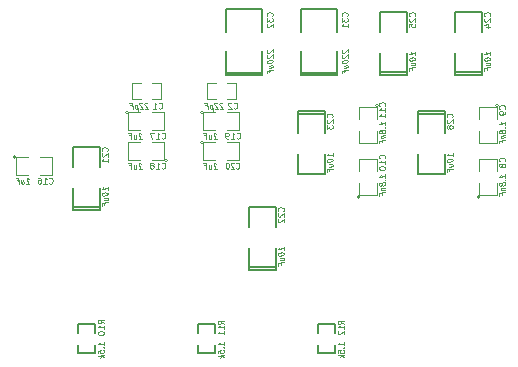
<source format=gbo>
G04 (created by PCBNEW (2013-05-16 BZR 4016)-stable) date 11/18/2013 1:12:51 AM*
%MOIN*%
G04 Gerber Fmt 3.4, Leading zero omitted, Abs format*
%FSLAX34Y34*%
G01*
G70*
G90*
G04 APERTURE LIST*
%ADD10C,0.00590551*%
%ADD11C,0.005*%
%ADD12C,0.0039*%
%ADD13C,0.0047*%
%ADD14C,0.004*%
%ADD15C,0.0045*%
G04 APERTURE END LIST*
G54D10*
G54D11*
X51225Y-49553D02*
X51225Y-49275D01*
X51225Y-49275D02*
X51775Y-49275D01*
X51775Y-49275D02*
X51775Y-49553D01*
X51225Y-50225D02*
X51225Y-49947D01*
X51225Y-50225D02*
X51775Y-50225D01*
X51775Y-50225D02*
X51775Y-49947D01*
X55225Y-49553D02*
X55225Y-49275D01*
X55225Y-49275D02*
X55775Y-49275D01*
X55775Y-49275D02*
X55775Y-49553D01*
X55225Y-50225D02*
X55225Y-49947D01*
X55225Y-50225D02*
X55775Y-50225D01*
X55775Y-50225D02*
X55775Y-49947D01*
G54D12*
X60625Y-45025D02*
G75*
G03X60625Y-45025I-50J0D01*
G74*
G01*
X60575Y-44575D02*
X60575Y-44975D01*
X60575Y-44975D02*
X61175Y-44975D01*
X61175Y-44975D02*
X61175Y-44575D01*
X61175Y-44175D02*
X61175Y-43775D01*
X61175Y-43775D02*
X60575Y-43775D01*
X60575Y-43775D02*
X60575Y-44175D01*
X65225Y-41975D02*
G75*
G03X65225Y-41975I-50J0D01*
G74*
G01*
X65175Y-42425D02*
X65175Y-42025D01*
X65175Y-42025D02*
X64575Y-42025D01*
X64575Y-42025D02*
X64575Y-42425D01*
X64575Y-42825D02*
X64575Y-43225D01*
X64575Y-43225D02*
X65175Y-43225D01*
X65175Y-43225D02*
X65175Y-42825D01*
X61225Y-41975D02*
G75*
G03X61225Y-41975I-50J0D01*
G74*
G01*
X61175Y-42425D02*
X61175Y-42025D01*
X61175Y-42025D02*
X60575Y-42025D01*
X60575Y-42025D02*
X60575Y-42425D01*
X60575Y-42825D02*
X60575Y-43225D01*
X60575Y-43225D02*
X61175Y-43225D01*
X61175Y-43225D02*
X61175Y-42825D01*
X64625Y-45025D02*
G75*
G03X64625Y-45025I-50J0D01*
G74*
G01*
X64575Y-44575D02*
X64575Y-44975D01*
X64575Y-44975D02*
X65175Y-44975D01*
X65175Y-44975D02*
X65175Y-44575D01*
X65175Y-44175D02*
X65175Y-43775D01*
X65175Y-43775D02*
X64575Y-43775D01*
X64575Y-43775D02*
X64575Y-44175D01*
G54D13*
X55803Y-41756D02*
X55528Y-41756D01*
X56197Y-41756D02*
X56472Y-41756D01*
X55803Y-41244D02*
X55528Y-41244D01*
X56472Y-41244D02*
X56197Y-41244D01*
X55528Y-41250D02*
X55528Y-41750D01*
X56472Y-41750D02*
X56472Y-41250D01*
X53697Y-41244D02*
X53972Y-41244D01*
X53303Y-41244D02*
X53028Y-41244D01*
X53697Y-41756D02*
X53972Y-41756D01*
X53028Y-41756D02*
X53303Y-41756D01*
X53972Y-41750D02*
X53972Y-41250D01*
X53028Y-41250D02*
X53028Y-41750D01*
G54D11*
X64700Y-40875D02*
X64700Y-40975D01*
X64700Y-40975D02*
X63800Y-40975D01*
X63800Y-40975D02*
X63800Y-40875D01*
X64700Y-40875D02*
X63800Y-40875D01*
X63800Y-40875D02*
X63800Y-40225D01*
X64700Y-39525D02*
X64700Y-38875D01*
X64700Y-38875D02*
X63800Y-38875D01*
X63800Y-38875D02*
X63800Y-39525D01*
X64700Y-40225D02*
X64700Y-40875D01*
X62550Y-42250D02*
X62550Y-42150D01*
X62550Y-42150D02*
X63450Y-42150D01*
X63450Y-42150D02*
X63450Y-42250D01*
X62550Y-42250D02*
X63450Y-42250D01*
X63450Y-42250D02*
X63450Y-42900D01*
X62550Y-43600D02*
X62550Y-44250D01*
X62550Y-44250D02*
X63450Y-44250D01*
X63450Y-44250D02*
X63450Y-43600D01*
X62550Y-42900D02*
X62550Y-42250D01*
X57825Y-47375D02*
X57825Y-47475D01*
X57825Y-47475D02*
X56925Y-47475D01*
X56925Y-47475D02*
X56925Y-47375D01*
X57825Y-47375D02*
X56925Y-47375D01*
X56925Y-47375D02*
X56925Y-46725D01*
X57825Y-46025D02*
X57825Y-45375D01*
X57825Y-45375D02*
X56925Y-45375D01*
X56925Y-45375D02*
X56925Y-46025D01*
X57825Y-46725D02*
X57825Y-47375D01*
X58550Y-42250D02*
X58550Y-42150D01*
X58550Y-42150D02*
X59450Y-42150D01*
X59450Y-42150D02*
X59450Y-42250D01*
X58550Y-42250D02*
X59450Y-42250D01*
X59450Y-42250D02*
X59450Y-42900D01*
X58550Y-43600D02*
X58550Y-44250D01*
X58550Y-44250D02*
X59450Y-44250D01*
X59450Y-44250D02*
X59450Y-43600D01*
X58550Y-42900D02*
X58550Y-42250D01*
X62200Y-40875D02*
X62200Y-40975D01*
X62200Y-40975D02*
X61300Y-40975D01*
X61300Y-40975D02*
X61300Y-40875D01*
X62200Y-40875D02*
X61300Y-40875D01*
X61300Y-40875D02*
X61300Y-40225D01*
X62200Y-39525D02*
X62200Y-38875D01*
X62200Y-38875D02*
X61300Y-38875D01*
X61300Y-38875D02*
X61300Y-39525D01*
X62200Y-40225D02*
X62200Y-40875D01*
G54D12*
X55400Y-43200D02*
G75*
G03X55400Y-43200I-50J0D01*
G74*
G01*
X55800Y-43200D02*
X55400Y-43200D01*
X55400Y-43200D02*
X55400Y-43800D01*
X55400Y-43800D02*
X55800Y-43800D01*
X56200Y-43800D02*
X56600Y-43800D01*
X56600Y-43800D02*
X56600Y-43200D01*
X56600Y-43200D02*
X56200Y-43200D01*
G54D11*
X59225Y-49553D02*
X59225Y-49275D01*
X59225Y-49275D02*
X59775Y-49275D01*
X59775Y-49275D02*
X59775Y-49553D01*
X59225Y-50225D02*
X59225Y-49947D01*
X59225Y-50225D02*
X59775Y-50225D01*
X59775Y-50225D02*
X59775Y-49947D01*
G54D12*
X54200Y-43800D02*
G75*
G03X54200Y-43800I-50J0D01*
G74*
G01*
X53700Y-43800D02*
X54100Y-43800D01*
X54100Y-43800D02*
X54100Y-43200D01*
X54100Y-43200D02*
X53700Y-43200D01*
X53300Y-43200D02*
X52900Y-43200D01*
X52900Y-43200D02*
X52900Y-43800D01*
X52900Y-43800D02*
X53300Y-43800D01*
X55400Y-42200D02*
G75*
G03X55400Y-42200I-50J0D01*
G74*
G01*
X55800Y-42200D02*
X55400Y-42200D01*
X55400Y-42200D02*
X55400Y-42800D01*
X55400Y-42800D02*
X55800Y-42800D01*
X56200Y-42800D02*
X56600Y-42800D01*
X56600Y-42800D02*
X56600Y-42200D01*
X56600Y-42200D02*
X56200Y-42200D01*
X52900Y-42200D02*
G75*
G03X52900Y-42200I-50J0D01*
G74*
G01*
X53300Y-42200D02*
X52900Y-42200D01*
X52900Y-42200D02*
X52900Y-42800D01*
X52900Y-42800D02*
X53300Y-42800D01*
X53700Y-42800D02*
X54100Y-42800D01*
X54100Y-42800D02*
X54100Y-42200D01*
X54100Y-42200D02*
X53700Y-42200D01*
X49150Y-43700D02*
G75*
G03X49150Y-43700I-50J0D01*
G74*
G01*
X49550Y-43700D02*
X49150Y-43700D01*
X49150Y-43700D02*
X49150Y-44300D01*
X49150Y-44300D02*
X49550Y-44300D01*
X49950Y-44300D02*
X50350Y-44300D01*
X50350Y-44300D02*
X50350Y-43700D01*
X50350Y-43700D02*
X49950Y-43700D01*
G54D11*
X51950Y-45375D02*
X51950Y-45475D01*
X51950Y-45475D02*
X51050Y-45475D01*
X51050Y-45475D02*
X51050Y-45375D01*
X51950Y-45375D02*
X51050Y-45375D01*
X51050Y-45375D02*
X51050Y-44725D01*
X51950Y-44025D02*
X51950Y-43375D01*
X51950Y-43375D02*
X51050Y-43375D01*
X51050Y-43375D02*
X51050Y-44025D01*
X51950Y-44725D02*
X51950Y-45375D01*
X57350Y-40975D02*
X56150Y-40975D01*
X56150Y-39525D02*
X56150Y-38775D01*
X56150Y-38775D02*
X57350Y-38775D01*
X57350Y-38775D02*
X57350Y-39525D01*
X57350Y-40175D02*
X57350Y-40975D01*
X57350Y-40896D02*
X56150Y-40896D01*
X56150Y-40975D02*
X56150Y-40175D01*
X59850Y-40975D02*
X58650Y-40975D01*
X58650Y-39525D02*
X58650Y-38775D01*
X58650Y-38775D02*
X59850Y-38775D01*
X59850Y-38775D02*
X59850Y-39525D01*
X59850Y-40175D02*
X59850Y-40975D01*
X59850Y-40896D02*
X58650Y-40896D01*
X58650Y-40975D02*
X58650Y-40175D01*
G54D14*
X52080Y-49246D02*
X51985Y-49179D01*
X52080Y-49132D02*
X51880Y-49132D01*
X51880Y-49208D01*
X51890Y-49227D01*
X51900Y-49236D01*
X51919Y-49246D01*
X51947Y-49246D01*
X51966Y-49236D01*
X51976Y-49227D01*
X51985Y-49208D01*
X51985Y-49132D01*
X52080Y-49436D02*
X52080Y-49322D01*
X52080Y-49379D02*
X51880Y-49379D01*
X51909Y-49360D01*
X51928Y-49341D01*
X51938Y-49322D01*
X51880Y-49560D02*
X51880Y-49579D01*
X51890Y-49598D01*
X51900Y-49608D01*
X51919Y-49617D01*
X51957Y-49627D01*
X52004Y-49627D01*
X52042Y-49617D01*
X52061Y-49608D01*
X52071Y-49598D01*
X52080Y-49579D01*
X52080Y-49560D01*
X52071Y-49541D01*
X52061Y-49532D01*
X52042Y-49522D01*
X52004Y-49513D01*
X51957Y-49513D01*
X51919Y-49522D01*
X51900Y-49532D01*
X51890Y-49541D01*
X51880Y-49560D01*
X52080Y-49966D02*
X52080Y-49863D01*
X52080Y-49914D02*
X51880Y-49939D01*
X51909Y-49918D01*
X51928Y-49899D01*
X51938Y-49881D01*
X52061Y-50045D02*
X52071Y-50053D01*
X52080Y-50043D01*
X52071Y-50035D01*
X52061Y-50045D01*
X52080Y-50043D01*
X51880Y-50239D02*
X51880Y-50153D01*
X51976Y-50133D01*
X51966Y-50143D01*
X51957Y-50161D01*
X51957Y-50204D01*
X51966Y-50220D01*
X51976Y-50227D01*
X51995Y-50233D01*
X52042Y-50228D01*
X52061Y-50217D01*
X52071Y-50207D01*
X52080Y-50188D01*
X52080Y-50146D01*
X52071Y-50130D01*
X52061Y-50122D01*
X52080Y-50300D02*
X51880Y-50325D01*
X52004Y-50327D02*
X52080Y-50368D01*
X51947Y-50385D02*
X52023Y-50307D01*
X56080Y-49259D02*
X55985Y-49199D01*
X56080Y-49156D02*
X55880Y-49156D01*
X55880Y-49225D01*
X55890Y-49242D01*
X55900Y-49250D01*
X55919Y-49259D01*
X55947Y-49259D01*
X55966Y-49250D01*
X55976Y-49242D01*
X55985Y-49225D01*
X55985Y-49156D01*
X56080Y-49430D02*
X56080Y-49327D01*
X56080Y-49379D02*
X55880Y-49379D01*
X55909Y-49362D01*
X55928Y-49345D01*
X55938Y-49327D01*
X56080Y-49602D02*
X56080Y-49499D01*
X56080Y-49550D02*
X55880Y-49550D01*
X55909Y-49533D01*
X55928Y-49516D01*
X55938Y-49499D01*
X56080Y-49966D02*
X56080Y-49863D01*
X56080Y-49914D02*
X55880Y-49939D01*
X55909Y-49918D01*
X55928Y-49899D01*
X55938Y-49881D01*
X56061Y-50045D02*
X56071Y-50053D01*
X56080Y-50043D01*
X56071Y-50035D01*
X56061Y-50045D01*
X56080Y-50043D01*
X55880Y-50239D02*
X55880Y-50153D01*
X55976Y-50133D01*
X55966Y-50143D01*
X55957Y-50161D01*
X55957Y-50204D01*
X55966Y-50220D01*
X55976Y-50227D01*
X55995Y-50233D01*
X56042Y-50228D01*
X56061Y-50217D01*
X56071Y-50207D01*
X56080Y-50188D01*
X56080Y-50146D01*
X56071Y-50130D01*
X56061Y-50122D01*
X56080Y-50300D02*
X55880Y-50325D01*
X56004Y-50327D02*
X56080Y-50368D01*
X55947Y-50385D02*
X56023Y-50307D01*
X61436Y-43746D02*
X61446Y-43736D01*
X61455Y-43708D01*
X61455Y-43689D01*
X61446Y-43660D01*
X61427Y-43641D01*
X61408Y-43632D01*
X61370Y-43622D01*
X61341Y-43622D01*
X61303Y-43632D01*
X61284Y-43641D01*
X61265Y-43660D01*
X61255Y-43689D01*
X61255Y-43708D01*
X61265Y-43736D01*
X61275Y-43746D01*
X61455Y-43936D02*
X61455Y-43822D01*
X61455Y-43879D02*
X61255Y-43879D01*
X61284Y-43860D01*
X61303Y-43841D01*
X61313Y-43822D01*
X61255Y-44060D02*
X61255Y-44079D01*
X61265Y-44098D01*
X61275Y-44108D01*
X61294Y-44117D01*
X61332Y-44127D01*
X61379Y-44127D01*
X61417Y-44117D01*
X61436Y-44108D01*
X61446Y-44098D01*
X61455Y-44079D01*
X61455Y-44060D01*
X61446Y-44041D01*
X61436Y-44032D01*
X61417Y-44022D01*
X61379Y-44013D01*
X61332Y-44013D01*
X61294Y-44022D01*
X61275Y-44032D01*
X61265Y-44041D01*
X61255Y-44060D01*
X61455Y-44380D02*
X61455Y-44277D01*
X61455Y-44328D02*
X61255Y-44353D01*
X61284Y-44333D01*
X61303Y-44313D01*
X61313Y-44295D01*
X61436Y-44459D02*
X61446Y-44467D01*
X61455Y-44457D01*
X61446Y-44450D01*
X61436Y-44459D01*
X61455Y-44457D01*
X61341Y-44583D02*
X61332Y-44567D01*
X61322Y-44559D01*
X61303Y-44553D01*
X61294Y-44554D01*
X61275Y-44565D01*
X61265Y-44575D01*
X61255Y-44593D01*
X61255Y-44628D01*
X61265Y-44644D01*
X61275Y-44651D01*
X61294Y-44657D01*
X61303Y-44656D01*
X61322Y-44645D01*
X61332Y-44635D01*
X61341Y-44617D01*
X61341Y-44583D01*
X61351Y-44564D01*
X61360Y-44555D01*
X61379Y-44544D01*
X61417Y-44539D01*
X61436Y-44545D01*
X61446Y-44553D01*
X61455Y-44568D01*
X61455Y-44603D01*
X61446Y-44621D01*
X61436Y-44631D01*
X61417Y-44642D01*
X61379Y-44647D01*
X61360Y-44640D01*
X61351Y-44633D01*
X61341Y-44617D01*
X61322Y-44731D02*
X61455Y-44714D01*
X61341Y-44728D02*
X61332Y-44738D01*
X61322Y-44757D01*
X61322Y-44782D01*
X61332Y-44798D01*
X61351Y-44804D01*
X61455Y-44791D01*
X61351Y-44950D02*
X61351Y-44890D01*
X61455Y-44877D02*
X61255Y-44902D01*
X61255Y-44988D01*
X65436Y-42091D02*
X65446Y-42082D01*
X65455Y-42053D01*
X65455Y-42034D01*
X65446Y-42005D01*
X65427Y-41986D01*
X65408Y-41977D01*
X65370Y-41967D01*
X65341Y-41967D01*
X65303Y-41977D01*
X65284Y-41986D01*
X65265Y-42005D01*
X65255Y-42034D01*
X65255Y-42053D01*
X65265Y-42082D01*
X65275Y-42091D01*
X65455Y-42186D02*
X65455Y-42225D01*
X65446Y-42244D01*
X65436Y-42253D01*
X65408Y-42272D01*
X65370Y-42282D01*
X65294Y-42282D01*
X65275Y-42272D01*
X65265Y-42263D01*
X65255Y-42244D01*
X65255Y-42205D01*
X65265Y-42186D01*
X65275Y-42177D01*
X65294Y-42167D01*
X65341Y-42167D01*
X65360Y-42177D01*
X65370Y-42186D01*
X65379Y-42205D01*
X65379Y-42244D01*
X65370Y-42263D01*
X65360Y-42272D01*
X65341Y-42282D01*
X65455Y-42630D02*
X65455Y-42527D01*
X65455Y-42578D02*
X65255Y-42603D01*
X65284Y-42583D01*
X65303Y-42563D01*
X65313Y-42545D01*
X65436Y-42709D02*
X65446Y-42717D01*
X65455Y-42707D01*
X65446Y-42700D01*
X65436Y-42709D01*
X65455Y-42707D01*
X65341Y-42833D02*
X65332Y-42817D01*
X65322Y-42809D01*
X65303Y-42803D01*
X65294Y-42804D01*
X65275Y-42815D01*
X65265Y-42825D01*
X65255Y-42843D01*
X65255Y-42878D01*
X65265Y-42894D01*
X65275Y-42901D01*
X65294Y-42907D01*
X65303Y-42906D01*
X65322Y-42895D01*
X65332Y-42885D01*
X65341Y-42867D01*
X65341Y-42833D01*
X65351Y-42814D01*
X65360Y-42805D01*
X65379Y-42794D01*
X65417Y-42789D01*
X65436Y-42795D01*
X65446Y-42803D01*
X65455Y-42818D01*
X65455Y-42853D01*
X65446Y-42871D01*
X65436Y-42881D01*
X65417Y-42892D01*
X65379Y-42897D01*
X65360Y-42890D01*
X65351Y-42883D01*
X65341Y-42867D01*
X65322Y-42981D02*
X65455Y-42964D01*
X65341Y-42978D02*
X65332Y-42988D01*
X65322Y-43007D01*
X65322Y-43032D01*
X65332Y-43048D01*
X65351Y-43054D01*
X65455Y-43041D01*
X65351Y-43200D02*
X65351Y-43140D01*
X65455Y-43127D02*
X65255Y-43152D01*
X65255Y-43238D01*
X61436Y-41996D02*
X61446Y-41986D01*
X61455Y-41958D01*
X61455Y-41939D01*
X61446Y-41910D01*
X61427Y-41891D01*
X61408Y-41882D01*
X61370Y-41872D01*
X61341Y-41872D01*
X61303Y-41882D01*
X61284Y-41891D01*
X61265Y-41910D01*
X61255Y-41939D01*
X61255Y-41958D01*
X61265Y-41986D01*
X61275Y-41996D01*
X61455Y-42186D02*
X61455Y-42072D01*
X61455Y-42129D02*
X61255Y-42129D01*
X61284Y-42110D01*
X61303Y-42091D01*
X61313Y-42072D01*
X61455Y-42377D02*
X61455Y-42263D01*
X61455Y-42320D02*
X61255Y-42320D01*
X61284Y-42301D01*
X61303Y-42282D01*
X61313Y-42263D01*
X61455Y-42630D02*
X61455Y-42527D01*
X61455Y-42578D02*
X61255Y-42603D01*
X61284Y-42583D01*
X61303Y-42563D01*
X61313Y-42545D01*
X61436Y-42709D02*
X61446Y-42717D01*
X61455Y-42707D01*
X61446Y-42700D01*
X61436Y-42709D01*
X61455Y-42707D01*
X61341Y-42833D02*
X61332Y-42817D01*
X61322Y-42809D01*
X61303Y-42803D01*
X61294Y-42804D01*
X61275Y-42815D01*
X61265Y-42825D01*
X61255Y-42843D01*
X61255Y-42878D01*
X61265Y-42894D01*
X61275Y-42901D01*
X61294Y-42907D01*
X61303Y-42906D01*
X61322Y-42895D01*
X61332Y-42885D01*
X61341Y-42867D01*
X61341Y-42833D01*
X61351Y-42814D01*
X61360Y-42805D01*
X61379Y-42794D01*
X61417Y-42789D01*
X61436Y-42795D01*
X61446Y-42803D01*
X61455Y-42818D01*
X61455Y-42853D01*
X61446Y-42871D01*
X61436Y-42881D01*
X61417Y-42892D01*
X61379Y-42897D01*
X61360Y-42890D01*
X61351Y-42883D01*
X61341Y-42867D01*
X61322Y-42981D02*
X61455Y-42964D01*
X61341Y-42978D02*
X61332Y-42988D01*
X61322Y-43007D01*
X61322Y-43032D01*
X61332Y-43048D01*
X61351Y-43054D01*
X61455Y-43041D01*
X61351Y-43200D02*
X61351Y-43140D01*
X61455Y-43127D02*
X61255Y-43152D01*
X61255Y-43238D01*
X65436Y-43841D02*
X65446Y-43832D01*
X65455Y-43803D01*
X65455Y-43784D01*
X65446Y-43755D01*
X65427Y-43736D01*
X65408Y-43727D01*
X65370Y-43717D01*
X65341Y-43717D01*
X65303Y-43727D01*
X65284Y-43736D01*
X65265Y-43755D01*
X65255Y-43784D01*
X65255Y-43803D01*
X65265Y-43832D01*
X65275Y-43841D01*
X65341Y-43955D02*
X65332Y-43936D01*
X65322Y-43927D01*
X65303Y-43917D01*
X65294Y-43917D01*
X65275Y-43927D01*
X65265Y-43936D01*
X65255Y-43955D01*
X65255Y-43994D01*
X65265Y-44013D01*
X65275Y-44022D01*
X65294Y-44032D01*
X65303Y-44032D01*
X65322Y-44022D01*
X65332Y-44013D01*
X65341Y-43994D01*
X65341Y-43955D01*
X65351Y-43936D01*
X65360Y-43927D01*
X65379Y-43917D01*
X65417Y-43917D01*
X65436Y-43927D01*
X65446Y-43936D01*
X65455Y-43955D01*
X65455Y-43994D01*
X65446Y-44013D01*
X65436Y-44022D01*
X65417Y-44032D01*
X65379Y-44032D01*
X65360Y-44022D01*
X65351Y-44013D01*
X65341Y-43994D01*
X65455Y-44380D02*
X65455Y-44277D01*
X65455Y-44328D02*
X65255Y-44353D01*
X65284Y-44333D01*
X65303Y-44313D01*
X65313Y-44295D01*
X65436Y-44459D02*
X65446Y-44467D01*
X65455Y-44457D01*
X65446Y-44450D01*
X65436Y-44459D01*
X65455Y-44457D01*
X65341Y-44583D02*
X65332Y-44567D01*
X65322Y-44559D01*
X65303Y-44553D01*
X65294Y-44554D01*
X65275Y-44565D01*
X65265Y-44575D01*
X65255Y-44593D01*
X65255Y-44628D01*
X65265Y-44644D01*
X65275Y-44651D01*
X65294Y-44657D01*
X65303Y-44656D01*
X65322Y-44645D01*
X65332Y-44635D01*
X65341Y-44617D01*
X65341Y-44583D01*
X65351Y-44564D01*
X65360Y-44555D01*
X65379Y-44544D01*
X65417Y-44539D01*
X65436Y-44545D01*
X65446Y-44553D01*
X65455Y-44568D01*
X65455Y-44603D01*
X65446Y-44621D01*
X65436Y-44631D01*
X65417Y-44642D01*
X65379Y-44647D01*
X65360Y-44640D01*
X65351Y-44633D01*
X65341Y-44617D01*
X65322Y-44731D02*
X65455Y-44714D01*
X65341Y-44728D02*
X65332Y-44738D01*
X65322Y-44757D01*
X65322Y-44782D01*
X65332Y-44798D01*
X65351Y-44804D01*
X65455Y-44791D01*
X65351Y-44950D02*
X65351Y-44890D01*
X65455Y-44877D02*
X65255Y-44902D01*
X65255Y-44988D01*
X56408Y-42061D02*
X56417Y-42071D01*
X56446Y-42080D01*
X56465Y-42080D01*
X56494Y-42071D01*
X56513Y-42052D01*
X56522Y-42033D01*
X56532Y-41995D01*
X56532Y-41966D01*
X56522Y-41928D01*
X56513Y-41909D01*
X56494Y-41890D01*
X56465Y-41880D01*
X56446Y-41880D01*
X56417Y-41890D01*
X56408Y-41900D01*
X56332Y-41900D02*
X56322Y-41890D01*
X56303Y-41880D01*
X56255Y-41880D01*
X56236Y-41890D01*
X56227Y-41900D01*
X56217Y-41919D01*
X56217Y-41938D01*
X56227Y-41966D01*
X56341Y-42080D01*
X56217Y-42080D01*
X56031Y-41900D02*
X56022Y-41890D01*
X56003Y-41880D01*
X55961Y-41880D01*
X55945Y-41890D01*
X55937Y-41900D01*
X55931Y-41919D01*
X55933Y-41938D01*
X55946Y-41966D01*
X56063Y-42080D01*
X55951Y-42080D01*
X55860Y-41900D02*
X55850Y-41890D01*
X55832Y-41880D01*
X55789Y-41880D01*
X55773Y-41890D01*
X55766Y-41900D01*
X55760Y-41919D01*
X55762Y-41938D01*
X55774Y-41966D01*
X55891Y-42080D01*
X55780Y-42080D01*
X55686Y-41947D02*
X55711Y-42147D01*
X55687Y-41957D02*
X55669Y-41947D01*
X55635Y-41947D01*
X55619Y-41957D01*
X55611Y-41966D01*
X55605Y-41985D01*
X55612Y-42042D01*
X55623Y-42061D01*
X55633Y-42071D01*
X55651Y-42080D01*
X55686Y-42080D01*
X55701Y-42071D01*
X55467Y-41976D02*
X55527Y-41976D01*
X55540Y-42080D02*
X55515Y-41880D01*
X55429Y-41880D01*
X53908Y-42061D02*
X53917Y-42071D01*
X53946Y-42080D01*
X53965Y-42080D01*
X53994Y-42071D01*
X54013Y-42052D01*
X54022Y-42033D01*
X54032Y-41995D01*
X54032Y-41966D01*
X54022Y-41928D01*
X54013Y-41909D01*
X53994Y-41890D01*
X53965Y-41880D01*
X53946Y-41880D01*
X53917Y-41890D01*
X53908Y-41900D01*
X53717Y-42080D02*
X53832Y-42080D01*
X53775Y-42080D02*
X53775Y-41880D01*
X53794Y-41909D01*
X53813Y-41928D01*
X53832Y-41938D01*
X53531Y-41900D02*
X53522Y-41890D01*
X53503Y-41880D01*
X53461Y-41880D01*
X53445Y-41890D01*
X53437Y-41900D01*
X53431Y-41919D01*
X53433Y-41938D01*
X53446Y-41966D01*
X53563Y-42080D01*
X53451Y-42080D01*
X53360Y-41900D02*
X53350Y-41890D01*
X53332Y-41880D01*
X53289Y-41880D01*
X53273Y-41890D01*
X53266Y-41900D01*
X53260Y-41919D01*
X53262Y-41938D01*
X53274Y-41966D01*
X53391Y-42080D01*
X53280Y-42080D01*
X53186Y-41947D02*
X53211Y-42147D01*
X53187Y-41957D02*
X53169Y-41947D01*
X53135Y-41947D01*
X53119Y-41957D01*
X53111Y-41966D01*
X53105Y-41985D01*
X53112Y-42042D01*
X53123Y-42061D01*
X53133Y-42071D01*
X53151Y-42080D01*
X53186Y-42080D01*
X53201Y-42071D01*
X52967Y-41976D02*
X53027Y-41976D01*
X53040Y-42080D02*
X53015Y-41880D01*
X52929Y-41880D01*
X64936Y-38996D02*
X64946Y-38986D01*
X64955Y-38958D01*
X64955Y-38939D01*
X64946Y-38910D01*
X64927Y-38891D01*
X64908Y-38882D01*
X64870Y-38872D01*
X64841Y-38872D01*
X64803Y-38882D01*
X64784Y-38891D01*
X64765Y-38910D01*
X64755Y-38939D01*
X64755Y-38958D01*
X64765Y-38986D01*
X64775Y-38996D01*
X64775Y-39072D02*
X64765Y-39082D01*
X64755Y-39101D01*
X64755Y-39148D01*
X64765Y-39167D01*
X64775Y-39177D01*
X64794Y-39186D01*
X64813Y-39186D01*
X64841Y-39177D01*
X64955Y-39063D01*
X64955Y-39186D01*
X64822Y-39358D02*
X64955Y-39358D01*
X64746Y-39310D02*
X64889Y-39263D01*
X64889Y-39386D01*
X64955Y-40298D02*
X64955Y-40195D01*
X64955Y-40246D02*
X64755Y-40271D01*
X64784Y-40251D01*
X64803Y-40231D01*
X64813Y-40213D01*
X64755Y-40434D02*
X64755Y-40451D01*
X64765Y-40467D01*
X64775Y-40475D01*
X64794Y-40481D01*
X64832Y-40485D01*
X64879Y-40479D01*
X64917Y-40465D01*
X64936Y-40454D01*
X64946Y-40445D01*
X64955Y-40426D01*
X64955Y-40409D01*
X64946Y-40393D01*
X64936Y-40386D01*
X64917Y-40380D01*
X64879Y-40376D01*
X64832Y-40382D01*
X64794Y-40395D01*
X64775Y-40406D01*
X64765Y-40416D01*
X64755Y-40434D01*
X64822Y-40640D02*
X64955Y-40623D01*
X64822Y-40563D02*
X64927Y-40550D01*
X64946Y-40556D01*
X64955Y-40572D01*
X64955Y-40598D01*
X64946Y-40616D01*
X64936Y-40626D01*
X64851Y-40782D02*
X64851Y-40722D01*
X64955Y-40709D02*
X64755Y-40734D01*
X64755Y-40820D01*
X63686Y-42371D02*
X63696Y-42361D01*
X63705Y-42333D01*
X63705Y-42314D01*
X63696Y-42285D01*
X63677Y-42266D01*
X63658Y-42257D01*
X63620Y-42247D01*
X63591Y-42247D01*
X63553Y-42257D01*
X63534Y-42266D01*
X63515Y-42285D01*
X63505Y-42314D01*
X63505Y-42333D01*
X63515Y-42361D01*
X63525Y-42371D01*
X63525Y-42447D02*
X63515Y-42457D01*
X63505Y-42476D01*
X63505Y-42523D01*
X63515Y-42542D01*
X63525Y-42552D01*
X63544Y-42561D01*
X63563Y-42561D01*
X63591Y-42552D01*
X63705Y-42438D01*
X63705Y-42561D01*
X63591Y-42676D02*
X63582Y-42657D01*
X63572Y-42647D01*
X63553Y-42638D01*
X63544Y-42638D01*
X63525Y-42647D01*
X63515Y-42657D01*
X63505Y-42676D01*
X63505Y-42714D01*
X63515Y-42733D01*
X63525Y-42742D01*
X63544Y-42752D01*
X63553Y-42752D01*
X63572Y-42742D01*
X63582Y-42733D01*
X63591Y-42714D01*
X63591Y-42676D01*
X63601Y-42657D01*
X63610Y-42647D01*
X63629Y-42638D01*
X63667Y-42638D01*
X63686Y-42647D01*
X63696Y-42657D01*
X63705Y-42676D01*
X63705Y-42714D01*
X63696Y-42733D01*
X63686Y-42742D01*
X63667Y-42752D01*
X63629Y-42752D01*
X63610Y-42742D01*
X63601Y-42733D01*
X63591Y-42714D01*
X63705Y-43673D02*
X63705Y-43570D01*
X63705Y-43621D02*
X63505Y-43646D01*
X63534Y-43626D01*
X63553Y-43606D01*
X63563Y-43588D01*
X63505Y-43809D02*
X63505Y-43826D01*
X63515Y-43842D01*
X63525Y-43850D01*
X63544Y-43856D01*
X63582Y-43860D01*
X63629Y-43854D01*
X63667Y-43840D01*
X63686Y-43829D01*
X63696Y-43820D01*
X63705Y-43801D01*
X63705Y-43784D01*
X63696Y-43768D01*
X63686Y-43761D01*
X63667Y-43755D01*
X63629Y-43751D01*
X63582Y-43757D01*
X63544Y-43770D01*
X63525Y-43781D01*
X63515Y-43791D01*
X63505Y-43809D01*
X63572Y-44015D02*
X63705Y-43998D01*
X63572Y-43938D02*
X63677Y-43925D01*
X63696Y-43931D01*
X63705Y-43947D01*
X63705Y-43973D01*
X63696Y-43991D01*
X63686Y-44001D01*
X63601Y-44157D02*
X63601Y-44097D01*
X63705Y-44084D02*
X63505Y-44109D01*
X63505Y-44195D01*
X58061Y-45496D02*
X58071Y-45486D01*
X58080Y-45458D01*
X58080Y-45439D01*
X58071Y-45410D01*
X58052Y-45391D01*
X58033Y-45382D01*
X57995Y-45372D01*
X57966Y-45372D01*
X57928Y-45382D01*
X57909Y-45391D01*
X57890Y-45410D01*
X57880Y-45439D01*
X57880Y-45458D01*
X57890Y-45486D01*
X57900Y-45496D01*
X57900Y-45572D02*
X57890Y-45582D01*
X57880Y-45601D01*
X57880Y-45648D01*
X57890Y-45667D01*
X57900Y-45677D01*
X57919Y-45686D01*
X57938Y-45686D01*
X57966Y-45677D01*
X58080Y-45563D01*
X58080Y-45686D01*
X57900Y-45763D02*
X57890Y-45772D01*
X57880Y-45791D01*
X57880Y-45839D01*
X57890Y-45858D01*
X57900Y-45867D01*
X57919Y-45877D01*
X57938Y-45877D01*
X57966Y-45867D01*
X58080Y-45753D01*
X58080Y-45877D01*
X58080Y-46798D02*
X58080Y-46695D01*
X58080Y-46746D02*
X57880Y-46771D01*
X57909Y-46751D01*
X57928Y-46731D01*
X57938Y-46713D01*
X57880Y-46934D02*
X57880Y-46951D01*
X57890Y-46967D01*
X57900Y-46975D01*
X57919Y-46981D01*
X57957Y-46985D01*
X58004Y-46979D01*
X58042Y-46965D01*
X58061Y-46954D01*
X58071Y-46945D01*
X58080Y-46926D01*
X58080Y-46909D01*
X58071Y-46893D01*
X58061Y-46886D01*
X58042Y-46880D01*
X58004Y-46876D01*
X57957Y-46882D01*
X57919Y-46895D01*
X57900Y-46906D01*
X57890Y-46916D01*
X57880Y-46934D01*
X57947Y-47140D02*
X58080Y-47123D01*
X57947Y-47063D02*
X58052Y-47050D01*
X58071Y-47056D01*
X58080Y-47072D01*
X58080Y-47098D01*
X58071Y-47116D01*
X58061Y-47126D01*
X57976Y-47282D02*
X57976Y-47222D01*
X58080Y-47209D02*
X57880Y-47234D01*
X57880Y-47320D01*
X59686Y-42371D02*
X59696Y-42361D01*
X59705Y-42333D01*
X59705Y-42314D01*
X59696Y-42285D01*
X59677Y-42266D01*
X59658Y-42257D01*
X59620Y-42247D01*
X59591Y-42247D01*
X59553Y-42257D01*
X59534Y-42266D01*
X59515Y-42285D01*
X59505Y-42314D01*
X59505Y-42333D01*
X59515Y-42361D01*
X59525Y-42371D01*
X59525Y-42447D02*
X59515Y-42457D01*
X59505Y-42476D01*
X59505Y-42523D01*
X59515Y-42542D01*
X59525Y-42552D01*
X59544Y-42561D01*
X59563Y-42561D01*
X59591Y-42552D01*
X59705Y-42438D01*
X59705Y-42561D01*
X59505Y-42628D02*
X59505Y-42752D01*
X59582Y-42685D01*
X59582Y-42714D01*
X59591Y-42733D01*
X59601Y-42742D01*
X59620Y-42752D01*
X59667Y-42752D01*
X59686Y-42742D01*
X59696Y-42733D01*
X59705Y-42714D01*
X59705Y-42657D01*
X59696Y-42638D01*
X59686Y-42628D01*
X59705Y-43673D02*
X59705Y-43570D01*
X59705Y-43621D02*
X59505Y-43646D01*
X59534Y-43626D01*
X59553Y-43606D01*
X59563Y-43588D01*
X59505Y-43809D02*
X59505Y-43826D01*
X59515Y-43842D01*
X59525Y-43850D01*
X59544Y-43856D01*
X59582Y-43860D01*
X59629Y-43854D01*
X59667Y-43840D01*
X59686Y-43829D01*
X59696Y-43820D01*
X59705Y-43801D01*
X59705Y-43784D01*
X59696Y-43768D01*
X59686Y-43761D01*
X59667Y-43755D01*
X59629Y-43751D01*
X59582Y-43757D01*
X59544Y-43770D01*
X59525Y-43781D01*
X59515Y-43791D01*
X59505Y-43809D01*
X59572Y-44015D02*
X59705Y-43998D01*
X59572Y-43938D02*
X59677Y-43925D01*
X59696Y-43931D01*
X59705Y-43947D01*
X59705Y-43973D01*
X59696Y-43991D01*
X59686Y-44001D01*
X59601Y-44157D02*
X59601Y-44097D01*
X59705Y-44084D02*
X59505Y-44109D01*
X59505Y-44195D01*
X62436Y-38996D02*
X62446Y-38986D01*
X62455Y-38958D01*
X62455Y-38939D01*
X62446Y-38910D01*
X62427Y-38891D01*
X62408Y-38882D01*
X62370Y-38872D01*
X62341Y-38872D01*
X62303Y-38882D01*
X62284Y-38891D01*
X62265Y-38910D01*
X62255Y-38939D01*
X62255Y-38958D01*
X62265Y-38986D01*
X62275Y-38996D01*
X62275Y-39072D02*
X62265Y-39082D01*
X62255Y-39101D01*
X62255Y-39148D01*
X62265Y-39167D01*
X62275Y-39177D01*
X62294Y-39186D01*
X62313Y-39186D01*
X62341Y-39177D01*
X62455Y-39063D01*
X62455Y-39186D01*
X62255Y-39367D02*
X62255Y-39272D01*
X62351Y-39263D01*
X62341Y-39272D01*
X62332Y-39291D01*
X62332Y-39339D01*
X62341Y-39358D01*
X62351Y-39367D01*
X62370Y-39377D01*
X62417Y-39377D01*
X62436Y-39367D01*
X62446Y-39358D01*
X62455Y-39339D01*
X62455Y-39291D01*
X62446Y-39272D01*
X62436Y-39263D01*
X62455Y-40298D02*
X62455Y-40195D01*
X62455Y-40246D02*
X62255Y-40271D01*
X62284Y-40251D01*
X62303Y-40231D01*
X62313Y-40213D01*
X62255Y-40434D02*
X62255Y-40451D01*
X62265Y-40467D01*
X62275Y-40475D01*
X62294Y-40481D01*
X62332Y-40485D01*
X62379Y-40479D01*
X62417Y-40465D01*
X62436Y-40454D01*
X62446Y-40445D01*
X62455Y-40426D01*
X62455Y-40409D01*
X62446Y-40393D01*
X62436Y-40386D01*
X62417Y-40380D01*
X62379Y-40376D01*
X62332Y-40382D01*
X62294Y-40395D01*
X62275Y-40406D01*
X62265Y-40416D01*
X62255Y-40434D01*
X62322Y-40640D02*
X62455Y-40623D01*
X62322Y-40563D02*
X62427Y-40550D01*
X62446Y-40556D01*
X62455Y-40572D01*
X62455Y-40598D01*
X62446Y-40616D01*
X62436Y-40626D01*
X62351Y-40782D02*
X62351Y-40722D01*
X62455Y-40709D02*
X62255Y-40734D01*
X62255Y-40820D01*
X56490Y-44061D02*
X56499Y-44071D01*
X56525Y-44080D01*
X56542Y-44080D01*
X56567Y-44071D01*
X56585Y-44052D01*
X56593Y-44033D01*
X56602Y-43995D01*
X56602Y-43966D01*
X56593Y-43928D01*
X56585Y-43909D01*
X56567Y-43890D01*
X56542Y-43880D01*
X56525Y-43880D01*
X56499Y-43890D01*
X56490Y-43900D01*
X56422Y-43900D02*
X56413Y-43890D01*
X56396Y-43880D01*
X56353Y-43880D01*
X56336Y-43890D01*
X56327Y-43900D01*
X56319Y-43919D01*
X56319Y-43938D01*
X56327Y-43966D01*
X56430Y-44080D01*
X56319Y-44080D01*
X56207Y-43880D02*
X56190Y-43880D01*
X56173Y-43890D01*
X56165Y-43900D01*
X56156Y-43919D01*
X56147Y-43957D01*
X56147Y-44004D01*
X56156Y-44042D01*
X56165Y-44061D01*
X56173Y-44071D01*
X56190Y-44080D01*
X56207Y-44080D01*
X56225Y-44071D01*
X56233Y-44061D01*
X56242Y-44042D01*
X56250Y-44004D01*
X56250Y-43957D01*
X56242Y-43919D01*
X56233Y-43900D01*
X56225Y-43890D01*
X56207Y-43880D01*
X55741Y-44080D02*
X55843Y-44080D01*
X55792Y-44080D02*
X55767Y-43880D01*
X55788Y-43909D01*
X55807Y-43928D01*
X55826Y-43938D01*
X55570Y-43947D02*
X55586Y-44080D01*
X55647Y-43947D02*
X55660Y-44052D01*
X55654Y-44071D01*
X55638Y-44080D01*
X55612Y-44080D01*
X55594Y-44071D01*
X55584Y-44061D01*
X55427Y-43976D02*
X55487Y-43976D01*
X55501Y-44080D02*
X55476Y-43880D01*
X55390Y-43880D01*
G54D15*
X60079Y-49259D02*
X59985Y-49199D01*
X60079Y-49156D02*
X59882Y-49156D01*
X59882Y-49225D01*
X59892Y-49242D01*
X59901Y-49250D01*
X59920Y-49259D01*
X59948Y-49259D01*
X59967Y-49250D01*
X59976Y-49242D01*
X59985Y-49225D01*
X59985Y-49156D01*
X60079Y-49430D02*
X60079Y-49327D01*
X60079Y-49379D02*
X59882Y-49379D01*
X59910Y-49362D01*
X59929Y-49345D01*
X59939Y-49327D01*
X59901Y-49499D02*
X59892Y-49507D01*
X59882Y-49525D01*
X59882Y-49567D01*
X59892Y-49585D01*
X59901Y-49593D01*
X59920Y-49602D01*
X59939Y-49602D01*
X59967Y-49593D01*
X60079Y-49490D01*
X60079Y-49602D01*
X60080Y-49975D02*
X60080Y-49872D01*
X60080Y-49923D02*
X59880Y-49923D01*
X59909Y-49906D01*
X59928Y-49889D01*
X59938Y-49872D01*
X60061Y-50052D02*
X60071Y-50060D01*
X60080Y-50052D01*
X60071Y-50043D01*
X60061Y-50052D01*
X60080Y-50052D01*
X59880Y-50223D02*
X59880Y-50137D01*
X59976Y-50129D01*
X59966Y-50137D01*
X59957Y-50155D01*
X59957Y-50197D01*
X59966Y-50215D01*
X59976Y-50223D01*
X59995Y-50232D01*
X60042Y-50232D01*
X60061Y-50223D01*
X60071Y-50215D01*
X60080Y-50197D01*
X60080Y-50155D01*
X60071Y-50137D01*
X60061Y-50129D01*
X60080Y-50309D02*
X59880Y-50309D01*
X60004Y-50326D02*
X60080Y-50377D01*
X59947Y-50377D02*
X60023Y-50309D01*
G54D14*
X54003Y-44061D02*
X54013Y-44071D01*
X54041Y-44080D01*
X54060Y-44080D01*
X54089Y-44071D01*
X54108Y-44052D01*
X54117Y-44033D01*
X54127Y-43995D01*
X54127Y-43966D01*
X54117Y-43928D01*
X54108Y-43909D01*
X54089Y-43890D01*
X54060Y-43880D01*
X54041Y-43880D01*
X54013Y-43890D01*
X54003Y-43900D01*
X53813Y-44080D02*
X53927Y-44080D01*
X53870Y-44080D02*
X53870Y-43880D01*
X53889Y-43909D01*
X53908Y-43928D01*
X53927Y-43938D01*
X53698Y-43966D02*
X53717Y-43957D01*
X53727Y-43947D01*
X53736Y-43928D01*
X53736Y-43919D01*
X53727Y-43900D01*
X53717Y-43890D01*
X53698Y-43880D01*
X53660Y-43880D01*
X53641Y-43890D01*
X53632Y-43900D01*
X53622Y-43919D01*
X53622Y-43928D01*
X53632Y-43947D01*
X53641Y-43957D01*
X53660Y-43966D01*
X53698Y-43966D01*
X53717Y-43976D01*
X53727Y-43985D01*
X53736Y-44004D01*
X53736Y-44042D01*
X53727Y-44061D01*
X53717Y-44071D01*
X53698Y-44080D01*
X53660Y-44080D01*
X53641Y-44071D01*
X53632Y-44061D01*
X53622Y-44042D01*
X53622Y-44004D01*
X53632Y-43985D01*
X53641Y-43976D01*
X53660Y-43966D01*
X53241Y-44080D02*
X53343Y-44080D01*
X53292Y-44080D02*
X53267Y-43880D01*
X53288Y-43909D01*
X53307Y-43928D01*
X53326Y-43938D01*
X53070Y-43947D02*
X53086Y-44080D01*
X53147Y-43947D02*
X53160Y-44052D01*
X53154Y-44071D01*
X53138Y-44080D01*
X53112Y-44080D01*
X53094Y-44071D01*
X53084Y-44061D01*
X52927Y-43976D02*
X52987Y-43976D01*
X53001Y-44080D02*
X52976Y-43880D01*
X52890Y-43880D01*
X56503Y-43061D02*
X56513Y-43071D01*
X56541Y-43080D01*
X56560Y-43080D01*
X56589Y-43071D01*
X56608Y-43052D01*
X56617Y-43033D01*
X56627Y-42995D01*
X56627Y-42966D01*
X56617Y-42928D01*
X56608Y-42909D01*
X56589Y-42890D01*
X56560Y-42880D01*
X56541Y-42880D01*
X56513Y-42890D01*
X56503Y-42900D01*
X56313Y-43080D02*
X56427Y-43080D01*
X56370Y-43080D02*
X56370Y-42880D01*
X56389Y-42909D01*
X56408Y-42928D01*
X56427Y-42938D01*
X56217Y-43080D02*
X56179Y-43080D01*
X56160Y-43071D01*
X56151Y-43061D01*
X56132Y-43033D01*
X56122Y-42995D01*
X56122Y-42919D01*
X56132Y-42900D01*
X56141Y-42890D01*
X56160Y-42880D01*
X56198Y-42880D01*
X56217Y-42890D01*
X56227Y-42900D01*
X56236Y-42919D01*
X56236Y-42966D01*
X56227Y-42985D01*
X56217Y-42995D01*
X56198Y-43004D01*
X56160Y-43004D01*
X56141Y-42995D01*
X56132Y-42985D01*
X56122Y-42966D01*
X55741Y-43080D02*
X55843Y-43080D01*
X55792Y-43080D02*
X55767Y-42880D01*
X55788Y-42909D01*
X55807Y-42928D01*
X55826Y-42938D01*
X55570Y-42947D02*
X55586Y-43080D01*
X55647Y-42947D02*
X55660Y-43052D01*
X55654Y-43071D01*
X55638Y-43080D01*
X55612Y-43080D01*
X55594Y-43071D01*
X55584Y-43061D01*
X55427Y-42976D02*
X55487Y-42976D01*
X55501Y-43080D02*
X55476Y-42880D01*
X55390Y-42880D01*
X54003Y-43061D02*
X54013Y-43071D01*
X54041Y-43080D01*
X54060Y-43080D01*
X54089Y-43071D01*
X54108Y-43052D01*
X54117Y-43033D01*
X54127Y-42995D01*
X54127Y-42966D01*
X54117Y-42928D01*
X54108Y-42909D01*
X54089Y-42890D01*
X54060Y-42880D01*
X54041Y-42880D01*
X54013Y-42890D01*
X54003Y-42900D01*
X53813Y-43080D02*
X53927Y-43080D01*
X53870Y-43080D02*
X53870Y-42880D01*
X53889Y-42909D01*
X53908Y-42928D01*
X53927Y-42938D01*
X53746Y-42880D02*
X53613Y-42880D01*
X53698Y-43080D01*
X53241Y-43080D02*
X53343Y-43080D01*
X53292Y-43080D02*
X53267Y-42880D01*
X53288Y-42909D01*
X53307Y-42928D01*
X53326Y-42938D01*
X53070Y-42947D02*
X53086Y-43080D01*
X53147Y-42947D02*
X53160Y-43052D01*
X53154Y-43071D01*
X53138Y-43080D01*
X53112Y-43080D01*
X53094Y-43071D01*
X53084Y-43061D01*
X52927Y-42976D02*
X52987Y-42976D01*
X53001Y-43080D02*
X52976Y-42880D01*
X52890Y-42880D01*
X50253Y-44561D02*
X50263Y-44571D01*
X50291Y-44580D01*
X50310Y-44580D01*
X50339Y-44571D01*
X50358Y-44552D01*
X50367Y-44533D01*
X50377Y-44495D01*
X50377Y-44466D01*
X50367Y-44428D01*
X50358Y-44409D01*
X50339Y-44390D01*
X50310Y-44380D01*
X50291Y-44380D01*
X50263Y-44390D01*
X50253Y-44400D01*
X50063Y-44580D02*
X50177Y-44580D01*
X50120Y-44580D02*
X50120Y-44380D01*
X50139Y-44409D01*
X50158Y-44428D01*
X50177Y-44438D01*
X49891Y-44380D02*
X49929Y-44380D01*
X49948Y-44390D01*
X49958Y-44400D01*
X49977Y-44428D01*
X49986Y-44466D01*
X49986Y-44542D01*
X49977Y-44561D01*
X49967Y-44571D01*
X49948Y-44580D01*
X49910Y-44580D01*
X49891Y-44571D01*
X49882Y-44561D01*
X49872Y-44542D01*
X49872Y-44495D01*
X49882Y-44476D01*
X49891Y-44466D01*
X49910Y-44457D01*
X49948Y-44457D01*
X49967Y-44466D01*
X49977Y-44476D01*
X49986Y-44495D01*
X49491Y-44580D02*
X49593Y-44580D01*
X49542Y-44580D02*
X49517Y-44380D01*
X49538Y-44409D01*
X49557Y-44428D01*
X49576Y-44438D01*
X49320Y-44447D02*
X49336Y-44580D01*
X49397Y-44447D02*
X49410Y-44552D01*
X49404Y-44571D01*
X49388Y-44580D01*
X49362Y-44580D01*
X49344Y-44571D01*
X49334Y-44561D01*
X49177Y-44476D02*
X49237Y-44476D01*
X49251Y-44580D02*
X49226Y-44380D01*
X49140Y-44380D01*
X52186Y-43496D02*
X52196Y-43486D01*
X52205Y-43458D01*
X52205Y-43439D01*
X52196Y-43410D01*
X52177Y-43391D01*
X52158Y-43382D01*
X52120Y-43372D01*
X52091Y-43372D01*
X52053Y-43382D01*
X52034Y-43391D01*
X52015Y-43410D01*
X52005Y-43439D01*
X52005Y-43458D01*
X52015Y-43486D01*
X52025Y-43496D01*
X52025Y-43572D02*
X52015Y-43582D01*
X52005Y-43601D01*
X52005Y-43648D01*
X52015Y-43667D01*
X52025Y-43677D01*
X52044Y-43686D01*
X52063Y-43686D01*
X52091Y-43677D01*
X52205Y-43563D01*
X52205Y-43686D01*
X52205Y-43877D02*
X52205Y-43763D01*
X52205Y-43820D02*
X52005Y-43820D01*
X52034Y-43801D01*
X52053Y-43782D01*
X52063Y-43763D01*
X52205Y-44798D02*
X52205Y-44695D01*
X52205Y-44746D02*
X52005Y-44771D01*
X52034Y-44751D01*
X52053Y-44731D01*
X52063Y-44713D01*
X52005Y-44934D02*
X52005Y-44951D01*
X52015Y-44967D01*
X52025Y-44975D01*
X52044Y-44981D01*
X52082Y-44985D01*
X52129Y-44979D01*
X52167Y-44965D01*
X52186Y-44954D01*
X52196Y-44945D01*
X52205Y-44926D01*
X52205Y-44909D01*
X52196Y-44893D01*
X52186Y-44886D01*
X52167Y-44880D01*
X52129Y-44876D01*
X52082Y-44882D01*
X52044Y-44895D01*
X52025Y-44906D01*
X52015Y-44916D01*
X52005Y-44934D01*
X52072Y-45140D02*
X52205Y-45123D01*
X52072Y-45063D02*
X52177Y-45050D01*
X52196Y-45056D01*
X52205Y-45072D01*
X52205Y-45098D01*
X52196Y-45116D01*
X52186Y-45126D01*
X52101Y-45282D02*
X52101Y-45222D01*
X52205Y-45209D02*
X52005Y-45234D01*
X52005Y-45320D01*
X57686Y-38996D02*
X57696Y-38986D01*
X57705Y-38958D01*
X57705Y-38939D01*
X57696Y-38910D01*
X57677Y-38891D01*
X57658Y-38882D01*
X57620Y-38872D01*
X57591Y-38872D01*
X57553Y-38882D01*
X57534Y-38891D01*
X57515Y-38910D01*
X57505Y-38939D01*
X57505Y-38958D01*
X57515Y-38986D01*
X57525Y-38996D01*
X57505Y-39063D02*
X57505Y-39186D01*
X57582Y-39120D01*
X57582Y-39148D01*
X57591Y-39167D01*
X57601Y-39177D01*
X57620Y-39186D01*
X57667Y-39186D01*
X57686Y-39177D01*
X57696Y-39167D01*
X57705Y-39148D01*
X57705Y-39091D01*
X57696Y-39072D01*
X57686Y-39063D01*
X57525Y-39263D02*
X57515Y-39272D01*
X57505Y-39291D01*
X57505Y-39339D01*
X57515Y-39358D01*
X57525Y-39367D01*
X57544Y-39377D01*
X57563Y-39377D01*
X57591Y-39367D01*
X57705Y-39253D01*
X57705Y-39377D01*
X57525Y-40132D02*
X57515Y-40142D01*
X57505Y-40160D01*
X57505Y-40203D01*
X57515Y-40219D01*
X57525Y-40226D01*
X57544Y-40232D01*
X57563Y-40230D01*
X57591Y-40218D01*
X57705Y-40101D01*
X57705Y-40212D01*
X57525Y-40303D02*
X57515Y-40313D01*
X57505Y-40331D01*
X57505Y-40374D01*
X57515Y-40390D01*
X57525Y-40398D01*
X57544Y-40404D01*
X57563Y-40401D01*
X57591Y-40389D01*
X57705Y-40272D01*
X57705Y-40383D01*
X57505Y-40520D02*
X57505Y-40537D01*
X57515Y-40553D01*
X57525Y-40560D01*
X57544Y-40567D01*
X57582Y-40570D01*
X57629Y-40564D01*
X57667Y-40551D01*
X57686Y-40540D01*
X57696Y-40530D01*
X57705Y-40512D01*
X57705Y-40495D01*
X57696Y-40479D01*
X57686Y-40472D01*
X57667Y-40465D01*
X57629Y-40462D01*
X57582Y-40468D01*
X57544Y-40481D01*
X57525Y-40492D01*
X57515Y-40502D01*
X57505Y-40520D01*
X57572Y-40726D02*
X57705Y-40709D01*
X57572Y-40649D02*
X57677Y-40636D01*
X57696Y-40642D01*
X57705Y-40658D01*
X57705Y-40683D01*
X57696Y-40702D01*
X57686Y-40712D01*
X57601Y-40868D02*
X57601Y-40808D01*
X57705Y-40795D02*
X57505Y-40820D01*
X57505Y-40906D01*
X60186Y-38996D02*
X60196Y-38986D01*
X60205Y-38958D01*
X60205Y-38939D01*
X60196Y-38910D01*
X60177Y-38891D01*
X60158Y-38882D01*
X60120Y-38872D01*
X60091Y-38872D01*
X60053Y-38882D01*
X60034Y-38891D01*
X60015Y-38910D01*
X60005Y-38939D01*
X60005Y-38958D01*
X60015Y-38986D01*
X60025Y-38996D01*
X60005Y-39063D02*
X60005Y-39186D01*
X60082Y-39120D01*
X60082Y-39148D01*
X60091Y-39167D01*
X60101Y-39177D01*
X60120Y-39186D01*
X60167Y-39186D01*
X60186Y-39177D01*
X60196Y-39167D01*
X60205Y-39148D01*
X60205Y-39091D01*
X60196Y-39072D01*
X60186Y-39063D01*
X60205Y-39377D02*
X60205Y-39263D01*
X60205Y-39320D02*
X60005Y-39320D01*
X60034Y-39301D01*
X60053Y-39282D01*
X60063Y-39263D01*
X60025Y-40132D02*
X60015Y-40142D01*
X60005Y-40160D01*
X60005Y-40203D01*
X60015Y-40219D01*
X60025Y-40226D01*
X60044Y-40232D01*
X60063Y-40230D01*
X60091Y-40218D01*
X60205Y-40101D01*
X60205Y-40212D01*
X60025Y-40303D02*
X60015Y-40313D01*
X60005Y-40331D01*
X60005Y-40374D01*
X60015Y-40390D01*
X60025Y-40398D01*
X60044Y-40404D01*
X60063Y-40401D01*
X60091Y-40389D01*
X60205Y-40272D01*
X60205Y-40383D01*
X60005Y-40520D02*
X60005Y-40537D01*
X60015Y-40553D01*
X60025Y-40560D01*
X60044Y-40567D01*
X60082Y-40570D01*
X60129Y-40564D01*
X60167Y-40551D01*
X60186Y-40540D01*
X60196Y-40530D01*
X60205Y-40512D01*
X60205Y-40495D01*
X60196Y-40479D01*
X60186Y-40472D01*
X60167Y-40465D01*
X60129Y-40462D01*
X60082Y-40468D01*
X60044Y-40481D01*
X60025Y-40492D01*
X60015Y-40502D01*
X60005Y-40520D01*
X60072Y-40726D02*
X60205Y-40709D01*
X60072Y-40649D02*
X60177Y-40636D01*
X60196Y-40642D01*
X60205Y-40658D01*
X60205Y-40683D01*
X60196Y-40702D01*
X60186Y-40712D01*
X60101Y-40868D02*
X60101Y-40808D01*
X60205Y-40795D02*
X60005Y-40820D01*
X60005Y-40906D01*
M02*

</source>
